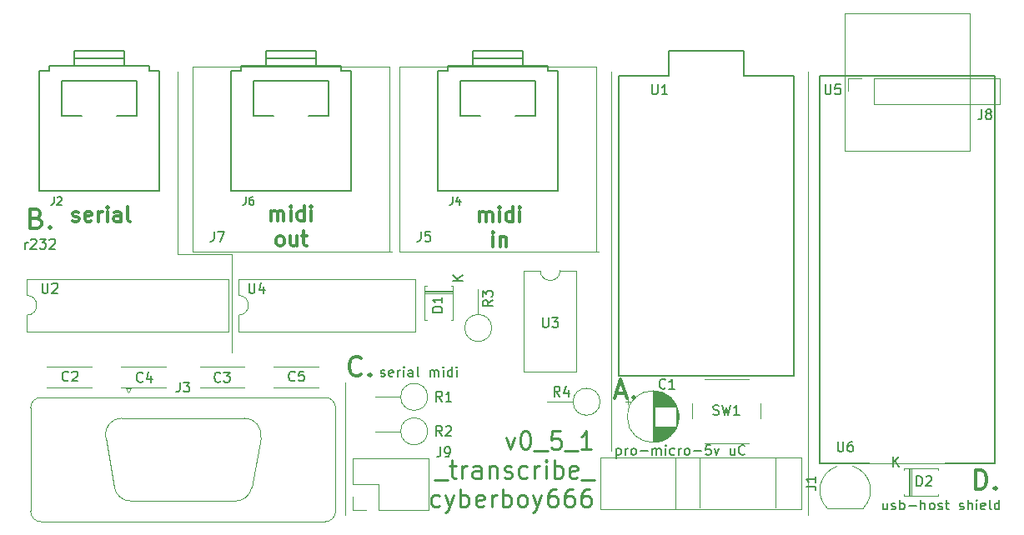
<source format=gto>
G04 #@! TF.GenerationSoftware,KiCad,Pcbnew,5.1.10*
G04 #@! TF.CreationDate,2022-02-22T14:04:46+13:00*
G04 #@! TF.ProjectId,transcribe_circuit,7472616e-7363-4726-9962-655f63697263,v0_5_1*
G04 #@! TF.SameCoordinates,Original*
G04 #@! TF.FileFunction,Legend,Top*
G04 #@! TF.FilePolarity,Positive*
%FSLAX46Y46*%
G04 Gerber Fmt 4.6, Leading zero omitted, Abs format (unit mm)*
G04 Created by KiCad (PCBNEW 5.1.10) date 2022-02-22 14:04:46*
%MOMM*%
%LPD*%
G01*
G04 APERTURE LIST*
%ADD10C,0.300000*%
%ADD11C,0.350000*%
%ADD12C,0.120000*%
%ADD13C,0.250000*%
%ADD14C,0.150000*%
G04 APERTURE END LIST*
D10*
X-243335714Y774796428D02*
X-243335714Y775796428D01*
X-243335714Y775653571D02*
X-243264285Y775725000D01*
X-243121428Y775796428D01*
X-242907142Y775796428D01*
X-242764285Y775725000D01*
X-242692857Y775582142D01*
X-242692857Y774796428D01*
X-242692857Y775582142D02*
X-242621428Y775725000D01*
X-242478571Y775796428D01*
X-242264285Y775796428D01*
X-242121428Y775725000D01*
X-242050000Y775582142D01*
X-242050000Y774796428D01*
X-241335714Y774796428D02*
X-241335714Y775796428D01*
X-241335714Y776296428D02*
X-241407142Y776225000D01*
X-241335714Y776153571D01*
X-241264285Y776225000D01*
X-241335714Y776296428D01*
X-241335714Y776153571D01*
X-239978571Y774796428D02*
X-239978571Y776296428D01*
X-239978571Y774867857D02*
X-240121428Y774796428D01*
X-240407142Y774796428D01*
X-240550000Y774867857D01*
X-240621428Y774939285D01*
X-240692857Y775082142D01*
X-240692857Y775510714D01*
X-240621428Y775653571D01*
X-240550000Y775725000D01*
X-240407142Y775796428D01*
X-240121428Y775796428D01*
X-239978571Y775725000D01*
X-239264285Y774796428D02*
X-239264285Y775796428D01*
X-239264285Y776296428D02*
X-239335714Y776225000D01*
X-239264285Y776153571D01*
X-239192857Y776225000D01*
X-239264285Y776296428D01*
X-239264285Y776153571D01*
X-241978571Y772246428D02*
X-241978571Y773246428D01*
X-241978571Y773746428D02*
X-242050000Y773675000D01*
X-241978571Y773603571D01*
X-241907142Y773675000D01*
X-241978571Y773746428D01*
X-241978571Y773603571D01*
X-241264285Y773246428D02*
X-241264285Y772246428D01*
X-241264285Y773103571D02*
X-241192857Y773175000D01*
X-241050000Y773246428D01*
X-240835714Y773246428D01*
X-240692857Y773175000D01*
X-240621428Y773032142D01*
X-240621428Y772246428D01*
X-264535714Y774896428D02*
X-264535714Y775896428D01*
X-264535714Y775753571D02*
X-264464285Y775825000D01*
X-264321428Y775896428D01*
X-264107142Y775896428D01*
X-263964285Y775825000D01*
X-263892857Y775682142D01*
X-263892857Y774896428D01*
X-263892857Y775682142D02*
X-263821428Y775825000D01*
X-263678571Y775896428D01*
X-263464285Y775896428D01*
X-263321428Y775825000D01*
X-263250000Y775682142D01*
X-263250000Y774896428D01*
X-262535714Y774896428D02*
X-262535714Y775896428D01*
X-262535714Y776396428D02*
X-262607142Y776325000D01*
X-262535714Y776253571D01*
X-262464285Y776325000D01*
X-262535714Y776396428D01*
X-262535714Y776253571D01*
X-261178571Y774896428D02*
X-261178571Y776396428D01*
X-261178571Y774967857D02*
X-261321428Y774896428D01*
X-261607142Y774896428D01*
X-261750000Y774967857D01*
X-261821428Y775039285D01*
X-261892857Y775182142D01*
X-261892857Y775610714D01*
X-261821428Y775753571D01*
X-261750000Y775825000D01*
X-261607142Y775896428D01*
X-261321428Y775896428D01*
X-261178571Y775825000D01*
X-260464285Y774896428D02*
X-260464285Y775896428D01*
X-260464285Y776396428D02*
X-260535714Y776325000D01*
X-260464285Y776253571D01*
X-260392857Y776325000D01*
X-260464285Y776396428D01*
X-260464285Y776253571D01*
X-263714285Y772346428D02*
X-263857142Y772417857D01*
X-263928571Y772489285D01*
X-264000000Y772632142D01*
X-264000000Y773060714D01*
X-263928571Y773203571D01*
X-263857142Y773275000D01*
X-263714285Y773346428D01*
X-263500000Y773346428D01*
X-263357142Y773275000D01*
X-263285714Y773203571D01*
X-263214285Y773060714D01*
X-263214285Y772632142D01*
X-263285714Y772489285D01*
X-263357142Y772417857D01*
X-263500000Y772346428D01*
X-263714285Y772346428D01*
X-261928571Y773346428D02*
X-261928571Y772346428D01*
X-262571428Y773346428D02*
X-262571428Y772560714D01*
X-262500000Y772417857D01*
X-262357142Y772346428D01*
X-262142857Y772346428D01*
X-262000000Y772417857D01*
X-261928571Y772489285D01*
X-261428571Y773346428D02*
X-260857142Y773346428D01*
X-261214285Y773846428D02*
X-261214285Y772560714D01*
X-261142857Y772417857D01*
X-261000000Y772346428D01*
X-260857142Y772346428D01*
X-284657142Y774892857D02*
X-284514285Y774821428D01*
X-284228571Y774821428D01*
X-284085714Y774892857D01*
X-284014285Y775035714D01*
X-284014285Y775107142D01*
X-284085714Y775250000D01*
X-284228571Y775321428D01*
X-284442857Y775321428D01*
X-284585714Y775392857D01*
X-284657142Y775535714D01*
X-284657142Y775607142D01*
X-284585714Y775750000D01*
X-284442857Y775821428D01*
X-284228571Y775821428D01*
X-284085714Y775750000D01*
X-282800000Y774892857D02*
X-282942857Y774821428D01*
X-283228571Y774821428D01*
X-283371428Y774892857D01*
X-283442857Y775035714D01*
X-283442857Y775607142D01*
X-283371428Y775750000D01*
X-283228571Y775821428D01*
X-282942857Y775821428D01*
X-282800000Y775750000D01*
X-282728571Y775607142D01*
X-282728571Y775464285D01*
X-283442857Y775321428D01*
X-282085714Y774821428D02*
X-282085714Y775821428D01*
X-282085714Y775535714D02*
X-282014285Y775678571D01*
X-281942857Y775750000D01*
X-281800000Y775821428D01*
X-281657142Y775821428D01*
X-281157142Y774821428D02*
X-281157142Y775821428D01*
X-281157142Y776321428D02*
X-281228571Y776250000D01*
X-281157142Y776178571D01*
X-281085714Y776250000D01*
X-281157142Y776321428D01*
X-281157142Y776178571D01*
X-279800000Y774821428D02*
X-279800000Y775607142D01*
X-279871428Y775750000D01*
X-280014285Y775821428D01*
X-280300000Y775821428D01*
X-280442857Y775750000D01*
X-279800000Y774892857D02*
X-279942857Y774821428D01*
X-280300000Y774821428D01*
X-280442857Y774892857D01*
X-280514285Y775035714D01*
X-280514285Y775178571D01*
X-280442857Y775321428D01*
X-280300000Y775392857D01*
X-279942857Y775392857D01*
X-279800000Y775464285D01*
X-278871428Y774821428D02*
X-279014285Y774892857D01*
X-279085714Y775035714D01*
X-279085714Y776321428D01*
D11*
X-193000000Y747595238D02*
X-193000000Y749595238D01*
X-192523809Y749595238D01*
X-192238095Y749500000D01*
X-192047619Y749309523D01*
X-191952380Y749119047D01*
X-191857142Y748738095D01*
X-191857142Y748452380D01*
X-191952380Y748071428D01*
X-192047619Y747880952D01*
X-192238095Y747690476D01*
X-192523809Y747595238D01*
X-193000000Y747595238D01*
X-191000000Y747785714D02*
X-190904761Y747690476D01*
X-191000000Y747595238D01*
X-191095238Y747690476D01*
X-191000000Y747785714D01*
X-191000000Y747595238D01*
D12*
X-268500000Y761500000D02*
X-268500000Y771500000D01*
X-274000000Y771500000D02*
X-274000000Y790000000D01*
X-268500000Y771500000D02*
X-274000000Y771500000D01*
X-257000000Y745000000D02*
X-257000000Y758500000D01*
D13*
X-240662500Y752910714D02*
X-240233928Y751710714D01*
X-239805357Y752910714D01*
X-238776785Y753510714D02*
X-238605357Y753510714D01*
X-238433928Y753425000D01*
X-238348214Y753339285D01*
X-238262500Y753167857D01*
X-238176785Y752825000D01*
X-238176785Y752396428D01*
X-238262500Y752053571D01*
X-238348214Y751882142D01*
X-238433928Y751796428D01*
X-238605357Y751710714D01*
X-238776785Y751710714D01*
X-238948214Y751796428D01*
X-239033928Y751882142D01*
X-239119642Y752053571D01*
X-239205357Y752396428D01*
X-239205357Y752825000D01*
X-239119642Y753167857D01*
X-239033928Y753339285D01*
X-238948214Y753425000D01*
X-238776785Y753510714D01*
X-237833928Y751539285D02*
X-236462500Y751539285D01*
X-235176785Y753510714D02*
X-236033928Y753510714D01*
X-236119642Y752653571D01*
X-236033928Y752739285D01*
X-235862500Y752825000D01*
X-235433928Y752825000D01*
X-235262500Y752739285D01*
X-235176785Y752653571D01*
X-235091071Y752482142D01*
X-235091071Y752053571D01*
X-235176785Y751882142D01*
X-235262500Y751796428D01*
X-235433928Y751710714D01*
X-235862500Y751710714D01*
X-236033928Y751796428D01*
X-236119642Y751882142D01*
X-234748214Y751539285D02*
X-233376785Y751539285D01*
X-232005357Y751710714D02*
X-233033928Y751710714D01*
X-232519642Y751710714D02*
X-232519642Y753510714D01*
X-232691071Y753253571D01*
X-232862500Y753082142D01*
X-233033928Y752996428D01*
X-247948214Y748589285D02*
X-246576785Y748589285D01*
X-246405357Y749960714D02*
X-245719642Y749960714D01*
X-246148214Y750560714D02*
X-246148214Y749017857D01*
X-246062500Y748846428D01*
X-245891071Y748760714D01*
X-245719642Y748760714D01*
X-245119642Y748760714D02*
X-245119642Y749960714D01*
X-245119642Y749617857D02*
X-245033928Y749789285D01*
X-244948214Y749875000D01*
X-244776785Y749960714D01*
X-244605357Y749960714D01*
X-243233928Y748760714D02*
X-243233928Y749703571D01*
X-243319642Y749875000D01*
X-243491071Y749960714D01*
X-243833928Y749960714D01*
X-244005357Y749875000D01*
X-243233928Y748846428D02*
X-243405357Y748760714D01*
X-243833928Y748760714D01*
X-244005357Y748846428D01*
X-244091071Y749017857D01*
X-244091071Y749189285D01*
X-244005357Y749360714D01*
X-243833928Y749446428D01*
X-243405357Y749446428D01*
X-243233928Y749532142D01*
X-242376785Y749960714D02*
X-242376785Y748760714D01*
X-242376785Y749789285D02*
X-242291071Y749875000D01*
X-242119642Y749960714D01*
X-241862500Y749960714D01*
X-241691071Y749875000D01*
X-241605357Y749703571D01*
X-241605357Y748760714D01*
X-240833928Y748846428D02*
X-240662500Y748760714D01*
X-240319642Y748760714D01*
X-240148214Y748846428D01*
X-240062500Y749017857D01*
X-240062500Y749103571D01*
X-240148214Y749275000D01*
X-240319642Y749360714D01*
X-240576785Y749360714D01*
X-240748214Y749446428D01*
X-240833928Y749617857D01*
X-240833928Y749703571D01*
X-240748214Y749875000D01*
X-240576785Y749960714D01*
X-240319642Y749960714D01*
X-240148214Y749875000D01*
X-238519642Y748846428D02*
X-238691071Y748760714D01*
X-239033928Y748760714D01*
X-239205357Y748846428D01*
X-239291071Y748932142D01*
X-239376785Y749103571D01*
X-239376785Y749617857D01*
X-239291071Y749789285D01*
X-239205357Y749875000D01*
X-239033928Y749960714D01*
X-238691071Y749960714D01*
X-238519642Y749875000D01*
X-237748214Y748760714D02*
X-237748214Y749960714D01*
X-237748214Y749617857D02*
X-237662500Y749789285D01*
X-237576785Y749875000D01*
X-237405357Y749960714D01*
X-237233928Y749960714D01*
X-236633928Y748760714D02*
X-236633928Y749960714D01*
X-236633928Y750560714D02*
X-236719642Y750475000D01*
X-236633928Y750389285D01*
X-236548214Y750475000D01*
X-236633928Y750560714D01*
X-236633928Y750389285D01*
X-235776785Y748760714D02*
X-235776785Y750560714D01*
X-235776785Y749875000D02*
X-235605357Y749960714D01*
X-235262500Y749960714D01*
X-235091071Y749875000D01*
X-235005357Y749789285D01*
X-234919642Y749617857D01*
X-234919642Y749103571D01*
X-235005357Y748932142D01*
X-235091071Y748846428D01*
X-235262500Y748760714D01*
X-235605357Y748760714D01*
X-235776785Y748846428D01*
X-233462500Y748846428D02*
X-233633928Y748760714D01*
X-233976785Y748760714D01*
X-234148214Y748846428D01*
X-234233928Y749017857D01*
X-234233928Y749703571D01*
X-234148214Y749875000D01*
X-233976785Y749960714D01*
X-233633928Y749960714D01*
X-233462500Y749875000D01*
X-233376785Y749703571D01*
X-233376785Y749532142D01*
X-234233928Y749360714D01*
X-233033928Y748589285D02*
X-231662500Y748589285D01*
X-247433928Y745896428D02*
X-247605357Y745810714D01*
X-247948214Y745810714D01*
X-248119642Y745896428D01*
X-248205357Y745982142D01*
X-248291071Y746153571D01*
X-248291071Y746667857D01*
X-248205357Y746839285D01*
X-248119642Y746925000D01*
X-247948214Y747010714D01*
X-247605357Y747010714D01*
X-247433928Y746925000D01*
X-246833928Y747010714D02*
X-246405357Y745810714D01*
X-245976785Y747010714D02*
X-246405357Y745810714D01*
X-246576785Y745382142D01*
X-246662500Y745296428D01*
X-246833928Y745210714D01*
X-245291071Y745810714D02*
X-245291071Y747610714D01*
X-245291071Y746925000D02*
X-245119642Y747010714D01*
X-244776785Y747010714D01*
X-244605357Y746925000D01*
X-244519642Y746839285D01*
X-244433928Y746667857D01*
X-244433928Y746153571D01*
X-244519642Y745982142D01*
X-244605357Y745896428D01*
X-244776785Y745810714D01*
X-245119642Y745810714D01*
X-245291071Y745896428D01*
X-242976785Y745896428D02*
X-243148214Y745810714D01*
X-243491071Y745810714D01*
X-243662500Y745896428D01*
X-243748214Y746067857D01*
X-243748214Y746753571D01*
X-243662500Y746925000D01*
X-243491071Y747010714D01*
X-243148214Y747010714D01*
X-242976785Y746925000D01*
X-242891071Y746753571D01*
X-242891071Y746582142D01*
X-243748214Y746410714D01*
X-242119642Y745810714D02*
X-242119642Y747010714D01*
X-242119642Y746667857D02*
X-242033928Y746839285D01*
X-241948214Y746925000D01*
X-241776785Y747010714D01*
X-241605357Y747010714D01*
X-241005357Y745810714D02*
X-241005357Y747610714D01*
X-241005357Y746925000D02*
X-240833928Y747010714D01*
X-240491071Y747010714D01*
X-240319642Y746925000D01*
X-240233928Y746839285D01*
X-240148214Y746667857D01*
X-240148214Y746153571D01*
X-240233928Y745982142D01*
X-240319642Y745896428D01*
X-240491071Y745810714D01*
X-240833928Y745810714D01*
X-241005357Y745896428D01*
X-239119642Y745810714D02*
X-239291071Y745896428D01*
X-239376785Y745982142D01*
X-239462500Y746153571D01*
X-239462500Y746667857D01*
X-239376785Y746839285D01*
X-239291071Y746925000D01*
X-239119642Y747010714D01*
X-238862500Y747010714D01*
X-238691071Y746925000D01*
X-238605357Y746839285D01*
X-238519642Y746667857D01*
X-238519642Y746153571D01*
X-238605357Y745982142D01*
X-238691071Y745896428D01*
X-238862500Y745810714D01*
X-239119642Y745810714D01*
X-237919642Y747010714D02*
X-237491071Y745810714D01*
X-237062500Y747010714D02*
X-237491071Y745810714D01*
X-237662500Y745382142D01*
X-237748214Y745296428D01*
X-237919642Y745210714D01*
X-235605357Y747610714D02*
X-235948214Y747610714D01*
X-236119642Y747525000D01*
X-236205357Y747439285D01*
X-236376785Y747182142D01*
X-236462500Y746839285D01*
X-236462500Y746153571D01*
X-236376785Y745982142D01*
X-236291071Y745896428D01*
X-236119642Y745810714D01*
X-235776785Y745810714D01*
X-235605357Y745896428D01*
X-235519642Y745982142D01*
X-235433928Y746153571D01*
X-235433928Y746582142D01*
X-235519642Y746753571D01*
X-235605357Y746839285D01*
X-235776785Y746925000D01*
X-236119642Y746925000D01*
X-236291071Y746839285D01*
X-236376785Y746753571D01*
X-236462500Y746582142D01*
X-233891071Y747610714D02*
X-234233928Y747610714D01*
X-234405357Y747525000D01*
X-234491071Y747439285D01*
X-234662500Y747182142D01*
X-234748214Y746839285D01*
X-234748214Y746153571D01*
X-234662500Y745982142D01*
X-234576785Y745896428D01*
X-234405357Y745810714D01*
X-234062500Y745810714D01*
X-233891071Y745896428D01*
X-233805357Y745982142D01*
X-233719642Y746153571D01*
X-233719642Y746582142D01*
X-233805357Y746753571D01*
X-233891071Y746839285D01*
X-234062500Y746925000D01*
X-234405357Y746925000D01*
X-234576785Y746839285D01*
X-234662500Y746753571D01*
X-234748214Y746582142D01*
X-232176785Y747610714D02*
X-232519642Y747610714D01*
X-232691071Y747525000D01*
X-232776785Y747439285D01*
X-232948214Y747182142D01*
X-233033928Y746839285D01*
X-233033928Y746153571D01*
X-232948214Y745982142D01*
X-232862500Y745896428D01*
X-232691071Y745810714D01*
X-232348214Y745810714D01*
X-232176785Y745896428D01*
X-232091071Y745982142D01*
X-232005357Y746153571D01*
X-232005357Y746582142D01*
X-232091071Y746753571D01*
X-232176785Y746839285D01*
X-232348214Y746925000D01*
X-232691071Y746925000D01*
X-232862500Y746839285D01*
X-232948214Y746753571D01*
X-233033928Y746582142D01*
D14*
X-289500000Y772047619D02*
X-289500000Y772714285D01*
X-289500000Y772523809D02*
X-289452380Y772619047D01*
X-289404761Y772666666D01*
X-289309523Y772714285D01*
X-289214285Y772714285D01*
X-288928571Y772952380D02*
X-288880952Y773000000D01*
X-288785714Y773047619D01*
X-288547619Y773047619D01*
X-288452380Y773000000D01*
X-288404761Y772952380D01*
X-288357142Y772857142D01*
X-288357142Y772761904D01*
X-288404761Y772619047D01*
X-288976190Y772047619D01*
X-288357142Y772047619D01*
X-288023809Y773047619D02*
X-287404761Y773047619D01*
X-287738095Y772666666D01*
X-287595238Y772666666D01*
X-287500000Y772619047D01*
X-287452380Y772571428D01*
X-287404761Y772476190D01*
X-287404761Y772238095D01*
X-287452380Y772142857D01*
X-287500000Y772095238D01*
X-287595238Y772047619D01*
X-287880952Y772047619D01*
X-287976190Y772095238D01*
X-288023809Y772142857D01*
X-287023809Y772952380D02*
X-286976190Y773000000D01*
X-286880952Y773047619D01*
X-286642857Y773047619D01*
X-286547619Y773000000D01*
X-286500000Y772952380D01*
X-286452380Y772857142D01*
X-286452380Y772761904D01*
X-286500000Y772619047D01*
X-287071428Y772047619D01*
X-286452380Y772047619D01*
X-253380952Y759095238D02*
X-253285714Y759047619D01*
X-253095238Y759047619D01*
X-253000000Y759095238D01*
X-252952380Y759190476D01*
X-252952380Y759238095D01*
X-253000000Y759333333D01*
X-253095238Y759380952D01*
X-253238095Y759380952D01*
X-253333333Y759428571D01*
X-253380952Y759523809D01*
X-253380952Y759571428D01*
X-253333333Y759666666D01*
X-253238095Y759714285D01*
X-253095238Y759714285D01*
X-253000000Y759666666D01*
X-252142857Y759095238D02*
X-252238095Y759047619D01*
X-252428571Y759047619D01*
X-252523809Y759095238D01*
X-252571428Y759190476D01*
X-252571428Y759571428D01*
X-252523809Y759666666D01*
X-252428571Y759714285D01*
X-252238095Y759714285D01*
X-252142857Y759666666D01*
X-252095238Y759571428D01*
X-252095238Y759476190D01*
X-252571428Y759380952D01*
X-251666666Y759047619D02*
X-251666666Y759714285D01*
X-251666666Y759523809D02*
X-251619047Y759619047D01*
X-251571428Y759666666D01*
X-251476190Y759714285D01*
X-251380952Y759714285D01*
X-251047619Y759047619D02*
X-251047619Y759714285D01*
X-251047619Y760047619D02*
X-251095238Y760000000D01*
X-251047619Y759952380D01*
X-251000000Y760000000D01*
X-251047619Y760047619D01*
X-251047619Y759952380D01*
X-250142857Y759047619D02*
X-250142857Y759571428D01*
X-250190476Y759666666D01*
X-250285714Y759714285D01*
X-250476190Y759714285D01*
X-250571428Y759666666D01*
X-250142857Y759095238D02*
X-250238095Y759047619D01*
X-250476190Y759047619D01*
X-250571428Y759095238D01*
X-250619047Y759190476D01*
X-250619047Y759285714D01*
X-250571428Y759380952D01*
X-250476190Y759428571D01*
X-250238095Y759428571D01*
X-250142857Y759476190D01*
X-249523809Y759047619D02*
X-249619047Y759095238D01*
X-249666666Y759190476D01*
X-249666666Y760047619D01*
X-248380952Y759047619D02*
X-248380952Y759714285D01*
X-248380952Y759619047D02*
X-248333333Y759666666D01*
X-248238095Y759714285D01*
X-248095238Y759714285D01*
X-248000000Y759666666D01*
X-247952380Y759571428D01*
X-247952380Y759047619D01*
X-247952380Y759571428D02*
X-247904761Y759666666D01*
X-247809523Y759714285D01*
X-247666666Y759714285D01*
X-247571428Y759666666D01*
X-247523809Y759571428D01*
X-247523809Y759047619D01*
X-247047619Y759047619D02*
X-247047619Y759714285D01*
X-247047619Y760047619D02*
X-247095238Y760000000D01*
X-247047619Y759952380D01*
X-247000000Y760000000D01*
X-247047619Y760047619D01*
X-247047619Y759952380D01*
X-246142857Y759047619D02*
X-246142857Y760047619D01*
X-246142857Y759095238D02*
X-246238095Y759047619D01*
X-246428571Y759047619D01*
X-246523809Y759095238D01*
X-246571428Y759142857D01*
X-246619047Y759238095D01*
X-246619047Y759523809D01*
X-246571428Y759619047D01*
X-246523809Y759666666D01*
X-246428571Y759714285D01*
X-246238095Y759714285D01*
X-246142857Y759666666D01*
X-245666666Y759047619D02*
X-245666666Y759714285D01*
X-245666666Y760047619D02*
X-245714285Y760000000D01*
X-245666666Y759952380D01*
X-245619047Y760000000D01*
X-245666666Y760047619D01*
X-245666666Y759952380D01*
X-229475000Y751764285D02*
X-229475000Y750764285D01*
X-229475000Y751716666D02*
X-229379761Y751764285D01*
X-229189285Y751764285D01*
X-229094047Y751716666D01*
X-229046428Y751669047D01*
X-228998809Y751573809D01*
X-228998809Y751288095D01*
X-229046428Y751192857D01*
X-229094047Y751145238D01*
X-229189285Y751097619D01*
X-229379761Y751097619D01*
X-229475000Y751145238D01*
X-228570238Y751097619D02*
X-228570238Y751764285D01*
X-228570238Y751573809D02*
X-228522619Y751669047D01*
X-228475000Y751716666D01*
X-228379761Y751764285D01*
X-228284523Y751764285D01*
X-227808333Y751097619D02*
X-227903571Y751145238D01*
X-227951190Y751192857D01*
X-227998809Y751288095D01*
X-227998809Y751573809D01*
X-227951190Y751669047D01*
X-227903571Y751716666D01*
X-227808333Y751764285D01*
X-227665476Y751764285D01*
X-227570238Y751716666D01*
X-227522619Y751669047D01*
X-227475000Y751573809D01*
X-227475000Y751288095D01*
X-227522619Y751192857D01*
X-227570238Y751145238D01*
X-227665476Y751097619D01*
X-227808333Y751097619D01*
X-227046428Y751478571D02*
X-226284523Y751478571D01*
X-225808333Y751097619D02*
X-225808333Y751764285D01*
X-225808333Y751669047D02*
X-225760714Y751716666D01*
X-225665476Y751764285D01*
X-225522619Y751764285D01*
X-225427380Y751716666D01*
X-225379761Y751621428D01*
X-225379761Y751097619D01*
X-225379761Y751621428D02*
X-225332142Y751716666D01*
X-225236904Y751764285D01*
X-225094047Y751764285D01*
X-224998809Y751716666D01*
X-224951190Y751621428D01*
X-224951190Y751097619D01*
X-224475000Y751097619D02*
X-224475000Y751764285D01*
X-224475000Y752097619D02*
X-224522619Y752050000D01*
X-224475000Y752002380D01*
X-224427380Y752050000D01*
X-224475000Y752097619D01*
X-224475000Y752002380D01*
X-223570238Y751145238D02*
X-223665476Y751097619D01*
X-223855952Y751097619D01*
X-223951190Y751145238D01*
X-223998809Y751192857D01*
X-224046428Y751288095D01*
X-224046428Y751573809D01*
X-223998809Y751669047D01*
X-223951190Y751716666D01*
X-223855952Y751764285D01*
X-223665476Y751764285D01*
X-223570238Y751716666D01*
X-223141666Y751097619D02*
X-223141666Y751764285D01*
X-223141666Y751573809D02*
X-223094047Y751669047D01*
X-223046428Y751716666D01*
X-222951190Y751764285D01*
X-222855952Y751764285D01*
X-222379761Y751097619D02*
X-222475000Y751145238D01*
X-222522619Y751192857D01*
X-222570238Y751288095D01*
X-222570238Y751573809D01*
X-222522619Y751669047D01*
X-222475000Y751716666D01*
X-222379761Y751764285D01*
X-222236904Y751764285D01*
X-222141666Y751716666D01*
X-222094047Y751669047D01*
X-222046428Y751573809D01*
X-222046428Y751288095D01*
X-222094047Y751192857D01*
X-222141666Y751145238D01*
X-222236904Y751097619D01*
X-222379761Y751097619D01*
X-221617857Y751478571D02*
X-220855952Y751478571D01*
X-219903571Y752097619D02*
X-220379761Y752097619D01*
X-220427380Y751621428D01*
X-220379761Y751669047D01*
X-220284523Y751716666D01*
X-220046428Y751716666D01*
X-219951190Y751669047D01*
X-219903571Y751621428D01*
X-219855952Y751526190D01*
X-219855952Y751288095D01*
X-219903571Y751192857D01*
X-219951190Y751145238D01*
X-220046428Y751097619D01*
X-220284523Y751097619D01*
X-220379761Y751145238D01*
X-220427380Y751192857D01*
X-219522619Y751764285D02*
X-219284523Y751097619D01*
X-219046428Y751764285D01*
X-217475000Y751764285D02*
X-217475000Y751097619D01*
X-217903571Y751764285D02*
X-217903571Y751240476D01*
X-217855952Y751145238D01*
X-217760714Y751097619D01*
X-217617857Y751097619D01*
X-217522619Y751145238D01*
X-217475000Y751192857D01*
X-216427380Y751192857D02*
X-216475000Y751145238D01*
X-216617857Y751097619D01*
X-216713095Y751097619D01*
X-216855952Y751145238D01*
X-216951190Y751240476D01*
X-216998809Y751335714D01*
X-217046428Y751526190D01*
X-217046428Y751669047D01*
X-216998809Y751859523D01*
X-216951190Y751954761D01*
X-216855952Y752050000D01*
X-216713095Y752097619D01*
X-216617857Y752097619D01*
X-216475000Y752050000D01*
X-216427380Y752002380D01*
X-201976190Y746214285D02*
X-201976190Y745547619D01*
X-202404761Y746214285D02*
X-202404761Y745690476D01*
X-202357142Y745595238D01*
X-202261904Y745547619D01*
X-202119047Y745547619D01*
X-202023809Y745595238D01*
X-201976190Y745642857D01*
X-201547619Y745595238D02*
X-201452380Y745547619D01*
X-201261904Y745547619D01*
X-201166666Y745595238D01*
X-201119047Y745690476D01*
X-201119047Y745738095D01*
X-201166666Y745833333D01*
X-201261904Y745880952D01*
X-201404761Y745880952D01*
X-201500000Y745928571D01*
X-201547619Y746023809D01*
X-201547619Y746071428D01*
X-201500000Y746166666D01*
X-201404761Y746214285D01*
X-201261904Y746214285D01*
X-201166666Y746166666D01*
X-200690476Y745547619D02*
X-200690476Y746547619D01*
X-200690476Y746166666D02*
X-200595238Y746214285D01*
X-200404761Y746214285D01*
X-200309523Y746166666D01*
X-200261904Y746119047D01*
X-200214285Y746023809D01*
X-200214285Y745738095D01*
X-200261904Y745642857D01*
X-200309523Y745595238D01*
X-200404761Y745547619D01*
X-200595238Y745547619D01*
X-200690476Y745595238D01*
X-199785714Y745928571D02*
X-199023809Y745928571D01*
X-198547619Y745547619D02*
X-198547619Y746547619D01*
X-198119047Y745547619D02*
X-198119047Y746071428D01*
X-198166666Y746166666D01*
X-198261904Y746214285D01*
X-198404761Y746214285D01*
X-198500000Y746166666D01*
X-198547619Y746119047D01*
X-197500000Y745547619D02*
X-197595238Y745595238D01*
X-197642857Y745642857D01*
X-197690476Y745738095D01*
X-197690476Y746023809D01*
X-197642857Y746119047D01*
X-197595238Y746166666D01*
X-197500000Y746214285D01*
X-197357142Y746214285D01*
X-197261904Y746166666D01*
X-197214285Y746119047D01*
X-197166666Y746023809D01*
X-197166666Y745738095D01*
X-197214285Y745642857D01*
X-197261904Y745595238D01*
X-197357142Y745547619D01*
X-197500000Y745547619D01*
X-196785714Y745595238D02*
X-196690476Y745547619D01*
X-196500000Y745547619D01*
X-196404761Y745595238D01*
X-196357142Y745690476D01*
X-196357142Y745738095D01*
X-196404761Y745833333D01*
X-196500000Y745880952D01*
X-196642857Y745880952D01*
X-196738095Y745928571D01*
X-196785714Y746023809D01*
X-196785714Y746071428D01*
X-196738095Y746166666D01*
X-196642857Y746214285D01*
X-196500000Y746214285D01*
X-196404761Y746166666D01*
X-196071428Y746214285D02*
X-195690476Y746214285D01*
X-195928571Y746547619D02*
X-195928571Y745690476D01*
X-195880952Y745595238D01*
X-195785714Y745547619D01*
X-195690476Y745547619D01*
X-194642857Y745595238D02*
X-194547619Y745547619D01*
X-194357142Y745547619D01*
X-194261904Y745595238D01*
X-194214285Y745690476D01*
X-194214285Y745738095D01*
X-194261904Y745833333D01*
X-194357142Y745880952D01*
X-194500000Y745880952D01*
X-194595238Y745928571D01*
X-194642857Y746023809D01*
X-194642857Y746071428D01*
X-194595238Y746166666D01*
X-194500000Y746214285D01*
X-194357142Y746214285D01*
X-194261904Y746166666D01*
X-193785714Y745547619D02*
X-193785714Y746547619D01*
X-193357142Y745547619D02*
X-193357142Y746071428D01*
X-193404761Y746166666D01*
X-193500000Y746214285D01*
X-193642857Y746214285D01*
X-193738095Y746166666D01*
X-193785714Y746119047D01*
X-192880952Y745547619D02*
X-192880952Y746214285D01*
X-192880952Y746547619D02*
X-192928571Y746500000D01*
X-192880952Y746452380D01*
X-192833333Y746500000D01*
X-192880952Y746547619D01*
X-192880952Y746452380D01*
X-192023809Y745595238D02*
X-192119047Y745547619D01*
X-192309523Y745547619D01*
X-192404761Y745595238D01*
X-192452380Y745690476D01*
X-192452380Y746071428D01*
X-192404761Y746166666D01*
X-192309523Y746214285D01*
X-192119047Y746214285D01*
X-192023809Y746166666D01*
X-191976190Y746071428D01*
X-191976190Y745976190D01*
X-192452380Y745880952D01*
X-191404761Y745547619D02*
X-191500000Y745595238D01*
X-191547619Y745690476D01*
X-191547619Y746547619D01*
X-190595238Y745547619D02*
X-190595238Y746547619D01*
X-190595238Y745595238D02*
X-190690476Y745547619D01*
X-190880952Y745547619D01*
X-190976190Y745595238D01*
X-191023809Y745642857D01*
X-191071428Y745738095D01*
X-191071428Y746023809D01*
X-191023809Y746119047D01*
X-190976190Y746166666D01*
X-190880952Y746214285D01*
X-190690476Y746214285D01*
X-190595238Y746166666D01*
D11*
X-255357142Y759285714D02*
X-255452380Y759190476D01*
X-255738095Y759095238D01*
X-255928571Y759095238D01*
X-256214285Y759190476D01*
X-256404761Y759380952D01*
X-256500000Y759571428D01*
X-256595238Y759952380D01*
X-256595238Y760238095D01*
X-256500000Y760619047D01*
X-256404761Y760809523D01*
X-256214285Y761000000D01*
X-255928571Y761095238D01*
X-255738095Y761095238D01*
X-255452380Y761000000D01*
X-255357142Y760904761D01*
X-254500000Y759285714D02*
X-254404761Y759190476D01*
X-254500000Y759095238D01*
X-254595238Y759190476D01*
X-254500000Y759285714D01*
X-254500000Y759095238D01*
X-288333333Y775142857D02*
X-288047619Y775047619D01*
X-287952380Y774952380D01*
X-287857142Y774761904D01*
X-287857142Y774476190D01*
X-287952380Y774285714D01*
X-288047619Y774190476D01*
X-288238095Y774095238D01*
X-289000000Y774095238D01*
X-289000000Y776095238D01*
X-288333333Y776095238D01*
X-288142857Y776000000D01*
X-288047619Y775904761D01*
X-287952380Y775714285D01*
X-287952380Y775523809D01*
X-288047619Y775333333D01*
X-288142857Y775238095D01*
X-288333333Y775142857D01*
X-289000000Y775142857D01*
X-287000000Y774285714D02*
X-286904761Y774190476D01*
X-287000000Y774095238D01*
X-287095238Y774190476D01*
X-287000000Y774285714D01*
X-287000000Y774095238D01*
X-229502380Y757391666D02*
X-228550000Y757391666D01*
X-229692857Y756820238D02*
X-229026190Y758820238D01*
X-228359523Y756820238D01*
X-227692857Y757010714D02*
X-227597619Y756915476D01*
X-227692857Y756820238D01*
X-227788095Y756915476D01*
X-227692857Y757010714D01*
X-227692857Y756820238D01*
D12*
X-230000000Y790000000D02*
X-230000000Y751500000D01*
X-210000000Y745000000D02*
X-210000000Y754000000D01*
X-210000000Y790000000D02*
X-210000000Y745000000D01*
X-246260000Y768260000D02*
X-246080000Y768260000D01*
X-246080000Y768260000D02*
X-246080000Y764820000D01*
X-246080000Y764820000D02*
X-246260000Y764820000D01*
X-248740000Y768260000D02*
X-248920000Y768260000D01*
X-248920000Y768260000D02*
X-248920000Y764820000D01*
X-248920000Y764820000D02*
X-248740000Y764820000D01*
X-246080000Y767660000D02*
X-248920000Y767660000D01*
X-246080000Y767540000D02*
X-248920000Y767540000D01*
X-246080000Y767780000D02*
X-248920000Y767780000D01*
D14*
X-208790000Y789630000D02*
X-191010000Y789630000D01*
X-208790000Y750260000D02*
X-208790000Y789630000D01*
X-203710000Y750260000D02*
X-208790000Y750260000D01*
X-191010000Y750260000D02*
X-196090000Y750260000D01*
X-191010000Y750260000D02*
X-191010000Y789630000D01*
D12*
X-203710000Y750260000D02*
X-196090000Y750260000D01*
X-206250000Y782010000D02*
X-193550000Y782010000D01*
X-193550000Y782010000D02*
X-193550000Y795980000D01*
X-193550000Y795980000D02*
X-206250000Y795980000D01*
X-206250000Y795980000D02*
X-206250000Y782010000D01*
X-251370000Y753500000D02*
X-253980000Y753500000D01*
X-248630000Y753500000D02*
G75*
G03*
X-248630000Y753500000I-1370000J0D01*
G01*
X-289330000Y765310000D02*
X-289330000Y763660000D01*
X-289330000Y763660000D02*
X-268890000Y763660000D01*
X-268890000Y763660000D02*
X-268890000Y768960000D01*
X-268890000Y768960000D02*
X-289330000Y768960000D01*
X-289330000Y768960000D02*
X-289330000Y767310000D01*
X-289330000Y767310000D02*
G75*
G02*
X-289330000Y765310000I0J-1000000D01*
G01*
X-237190000Y769830000D02*
X-238840000Y769830000D01*
X-238840000Y769830000D02*
X-238840000Y759550000D01*
X-238840000Y759550000D02*
X-233540000Y759550000D01*
X-233540000Y759550000D02*
X-233540000Y769830000D01*
X-233540000Y769830000D02*
X-235190000Y769830000D01*
X-235190000Y769830000D02*
G75*
G02*
X-237190000Y769830000I-1000000J0D01*
G01*
X-242130000Y764000000D02*
G75*
G03*
X-242130000Y764000000I-1370000J0D01*
G01*
X-243500000Y765370000D02*
X-243500000Y767980000D01*
X-233870000Y756500000D02*
X-236480000Y756500000D01*
X-231130000Y756500000D02*
G75*
G03*
X-231130000Y756500000I-1370000J0D01*
G01*
X-248630000Y757000000D02*
G75*
G03*
X-248630000Y757000000I-1370000J0D01*
G01*
X-251370000Y757000000D02*
X-253980000Y757000000D01*
X-267830000Y765310000D02*
X-267830000Y763660000D01*
X-267830000Y763660000D02*
X-249930000Y763660000D01*
X-249930000Y763660000D02*
X-249930000Y768960000D01*
X-249930000Y768960000D02*
X-267830000Y768960000D01*
X-267830000Y768960000D02*
X-267830000Y767310000D01*
X-267830000Y767310000D02*
G75*
G02*
X-267830000Y765310000I0J-1000000D01*
G01*
D14*
X-211410000Y759160000D02*
X-229190000Y759160000D01*
X-211410000Y789640000D02*
X-211410000Y759160000D01*
X-216490000Y789640000D02*
X-211410000Y789640000D01*
X-216490000Y792180000D02*
X-216490000Y789640000D01*
X-224110000Y792180000D02*
X-216490000Y792180000D01*
X-224110000Y789640000D02*
X-224110000Y792180000D01*
X-229190000Y789640000D02*
X-224110000Y789640000D01*
X-229190000Y789640000D02*
X-229190000Y759160000D01*
D12*
X-223130000Y755000000D02*
G75*
G03*
X-223130000Y755000000I-2620000J0D01*
G01*
X-225750000Y757580000D02*
X-225750000Y752420000D01*
X-225710000Y757580000D02*
X-225710000Y752420000D01*
X-225670000Y757579000D02*
X-225670000Y752421000D01*
X-225630000Y757578000D02*
X-225630000Y752422000D01*
X-225590000Y757576000D02*
X-225590000Y752424000D01*
X-225550000Y757573000D02*
X-225550000Y752427000D01*
X-225510000Y757569000D02*
X-225510000Y756040000D01*
X-225510000Y753960000D02*
X-225510000Y752431000D01*
X-225470000Y757565000D02*
X-225470000Y756040000D01*
X-225470000Y753960000D02*
X-225470000Y752435000D01*
X-225430000Y757561000D02*
X-225430000Y756040000D01*
X-225430000Y753960000D02*
X-225430000Y752439000D01*
X-225390000Y757556000D02*
X-225390000Y756040000D01*
X-225390000Y753960000D02*
X-225390000Y752444000D01*
X-225350000Y757550000D02*
X-225350000Y756040000D01*
X-225350000Y753960000D02*
X-225350000Y752450000D01*
X-225310000Y757543000D02*
X-225310000Y756040000D01*
X-225310000Y753960000D02*
X-225310000Y752457000D01*
X-225270000Y757536000D02*
X-225270000Y756040000D01*
X-225270000Y753960000D02*
X-225270000Y752464000D01*
X-225230000Y757528000D02*
X-225230000Y756040000D01*
X-225230000Y753960000D02*
X-225230000Y752472000D01*
X-225190000Y757520000D02*
X-225190000Y756040000D01*
X-225190000Y753960000D02*
X-225190000Y752480000D01*
X-225150000Y757511000D02*
X-225150000Y756040000D01*
X-225150000Y753960000D02*
X-225150000Y752489000D01*
X-225110000Y757501000D02*
X-225110000Y756040000D01*
X-225110000Y753960000D02*
X-225110000Y752499000D01*
X-225070000Y757491000D02*
X-225070000Y756040000D01*
X-225070000Y753960000D02*
X-225070000Y752509000D01*
X-225029000Y757480000D02*
X-225029000Y756040000D01*
X-225029000Y753960000D02*
X-225029000Y752520000D01*
X-224989000Y757468000D02*
X-224989000Y756040000D01*
X-224989000Y753960000D02*
X-224989000Y752532000D01*
X-224949000Y757455000D02*
X-224949000Y756040000D01*
X-224949000Y753960000D02*
X-224949000Y752545000D01*
X-224909000Y757442000D02*
X-224909000Y756040000D01*
X-224909000Y753960000D02*
X-224909000Y752558000D01*
X-224869000Y757428000D02*
X-224869000Y756040000D01*
X-224869000Y753960000D02*
X-224869000Y752572000D01*
X-224829000Y757414000D02*
X-224829000Y756040000D01*
X-224829000Y753960000D02*
X-224829000Y752586000D01*
X-224789000Y757398000D02*
X-224789000Y756040000D01*
X-224789000Y753960000D02*
X-224789000Y752602000D01*
X-224749000Y757382000D02*
X-224749000Y756040000D01*
X-224749000Y753960000D02*
X-224749000Y752618000D01*
X-224709000Y757365000D02*
X-224709000Y756040000D01*
X-224709000Y753960000D02*
X-224709000Y752635000D01*
X-224669000Y757348000D02*
X-224669000Y756040000D01*
X-224669000Y753960000D02*
X-224669000Y752652000D01*
X-224629000Y757329000D02*
X-224629000Y756040000D01*
X-224629000Y753960000D02*
X-224629000Y752671000D01*
X-224589000Y757310000D02*
X-224589000Y756040000D01*
X-224589000Y753960000D02*
X-224589000Y752690000D01*
X-224549000Y757290000D02*
X-224549000Y756040000D01*
X-224549000Y753960000D02*
X-224549000Y752710000D01*
X-224509000Y757268000D02*
X-224509000Y756040000D01*
X-224509000Y753960000D02*
X-224509000Y752732000D01*
X-224469000Y757247000D02*
X-224469000Y756040000D01*
X-224469000Y753960000D02*
X-224469000Y752753000D01*
X-224429000Y757224000D02*
X-224429000Y756040000D01*
X-224429000Y753960000D02*
X-224429000Y752776000D01*
X-224389000Y757200000D02*
X-224389000Y756040000D01*
X-224389000Y753960000D02*
X-224389000Y752800000D01*
X-224349000Y757175000D02*
X-224349000Y756040000D01*
X-224349000Y753960000D02*
X-224349000Y752825000D01*
X-224309000Y757149000D02*
X-224309000Y756040000D01*
X-224309000Y753960000D02*
X-224309000Y752851000D01*
X-224269000Y757122000D02*
X-224269000Y756040000D01*
X-224269000Y753960000D02*
X-224269000Y752878000D01*
X-224229000Y757095000D02*
X-224229000Y756040000D01*
X-224229000Y753960000D02*
X-224229000Y752905000D01*
X-224189000Y757065000D02*
X-224189000Y756040000D01*
X-224189000Y753960000D02*
X-224189000Y752935000D01*
X-224149000Y757035000D02*
X-224149000Y756040000D01*
X-224149000Y753960000D02*
X-224149000Y752965000D01*
X-224109000Y757004000D02*
X-224109000Y756040000D01*
X-224109000Y753960000D02*
X-224109000Y752996000D01*
X-224069000Y756971000D02*
X-224069000Y756040000D01*
X-224069000Y753960000D02*
X-224069000Y753029000D01*
X-224029000Y756937000D02*
X-224029000Y756040000D01*
X-224029000Y753960000D02*
X-224029000Y753063000D01*
X-223989000Y756901000D02*
X-223989000Y756040000D01*
X-223989000Y753960000D02*
X-223989000Y753099000D01*
X-223949000Y756864000D02*
X-223949000Y756040000D01*
X-223949000Y753960000D02*
X-223949000Y753136000D01*
X-223909000Y756826000D02*
X-223909000Y756040000D01*
X-223909000Y753960000D02*
X-223909000Y753174000D01*
X-223869000Y756785000D02*
X-223869000Y756040000D01*
X-223869000Y753960000D02*
X-223869000Y753215000D01*
X-223829000Y756743000D02*
X-223829000Y756040000D01*
X-223829000Y753960000D02*
X-223829000Y753257000D01*
X-223789000Y756699000D02*
X-223789000Y756040000D01*
X-223789000Y753960000D02*
X-223789000Y753301000D01*
X-223749000Y756653000D02*
X-223749000Y756040000D01*
X-223749000Y753960000D02*
X-223749000Y753347000D01*
X-223709000Y756605000D02*
X-223709000Y756040000D01*
X-223709000Y753960000D02*
X-223709000Y753395000D01*
X-223669000Y756554000D02*
X-223669000Y756040000D01*
X-223669000Y753960000D02*
X-223669000Y753446000D01*
X-223629000Y756500000D02*
X-223629000Y756040000D01*
X-223629000Y753960000D02*
X-223629000Y753500000D01*
X-223589000Y756443000D02*
X-223589000Y756040000D01*
X-223589000Y753960000D02*
X-223589000Y753557000D01*
X-223549000Y756383000D02*
X-223549000Y756040000D01*
X-223549000Y753960000D02*
X-223549000Y753617000D01*
X-223509000Y756319000D02*
X-223509000Y756040000D01*
X-223509000Y753960000D02*
X-223509000Y753681000D01*
X-223469000Y756251000D02*
X-223469000Y756040000D01*
X-223469000Y753960000D02*
X-223469000Y753749000D01*
X-223429000Y756178000D02*
X-223429000Y753822000D01*
X-223389000Y756098000D02*
X-223389000Y753902000D01*
X-223349000Y756011000D02*
X-223349000Y753989000D01*
X-223309000Y755915000D02*
X-223309000Y754085000D01*
X-223269000Y755805000D02*
X-223269000Y754195000D01*
X-223229000Y755677000D02*
X-223229000Y754323000D01*
X-223189000Y755518000D02*
X-223189000Y754482000D01*
X-223149000Y755284000D02*
X-223149000Y754716000D01*
X-228554775Y756475000D02*
X-228054775Y756475000D01*
X-228304775Y756725000D02*
X-228304775Y756225000D01*
X-287270000Y760070000D02*
X-282730000Y760070000D01*
X-287270000Y757930000D02*
X-282730000Y757930000D01*
X-287270000Y760070000D02*
X-287270000Y760055000D01*
X-287270000Y757945000D02*
X-287270000Y757930000D01*
X-282730000Y760070000D02*
X-282730000Y760055000D01*
X-282730000Y757945000D02*
X-282730000Y757930000D01*
X-267230000Y757930000D02*
X-271770000Y757930000D01*
X-267230000Y760070000D02*
X-271770000Y760070000D01*
X-267230000Y757930000D02*
X-267230000Y757945000D01*
X-267230000Y760055000D02*
X-267230000Y760070000D01*
X-271770000Y757930000D02*
X-271770000Y757945000D01*
X-271770000Y760055000D02*
X-271770000Y760070000D01*
X-275230000Y757945000D02*
X-275230000Y757930000D01*
X-275230000Y760070000D02*
X-275230000Y760055000D01*
X-279770000Y757945000D02*
X-279770000Y757930000D01*
X-279770000Y760070000D02*
X-279770000Y760055000D01*
X-279770000Y757930000D02*
X-275230000Y757930000D01*
X-279770000Y760070000D02*
X-275230000Y760070000D01*
X-264270000Y760055000D02*
X-264270000Y760070000D01*
X-264270000Y757930000D02*
X-264270000Y757945000D01*
X-259730000Y760055000D02*
X-259730000Y760070000D01*
X-259730000Y757930000D02*
X-259730000Y757945000D01*
X-259730000Y760070000D02*
X-264270000Y760070000D01*
X-259730000Y757930000D02*
X-264270000Y757930000D01*
X-199775000Y749770000D02*
X-199775000Y746930000D01*
X-199535000Y749770000D02*
X-199535000Y746930000D01*
X-199655000Y749770000D02*
X-199655000Y746930000D01*
X-196815000Y746930000D02*
X-196815000Y747110000D01*
X-200255000Y746930000D02*
X-196815000Y746930000D01*
X-200255000Y747110000D02*
X-200255000Y746930000D01*
X-196815000Y749770000D02*
X-196815000Y749590000D01*
X-200255000Y749770000D02*
X-196815000Y749770000D01*
X-200255000Y749590000D02*
X-200255000Y749770000D01*
X-231110000Y750830000D02*
X-231110000Y745630000D01*
X-213270000Y750830000D02*
X-231110000Y750830000D01*
X-210670000Y745630000D02*
X-231110000Y745630000D01*
X-213270000Y750830000D02*
X-213270000Y745750000D01*
X-210670000Y748230000D02*
X-210670000Y745630000D01*
X-213250000Y750830000D02*
X-210670000Y750830000D01*
X-210670000Y750830000D02*
X-210670000Y748250000D01*
X-221000000Y750830000D02*
X-221000000Y745750000D01*
X-223500000Y750750000D02*
X-223500000Y745670000D01*
X-203330000Y786720000D02*
X-203330000Y789380000D01*
X-203330000Y786720000D02*
X-190570000Y786720000D01*
X-190570000Y786720000D02*
X-190570000Y789380000D01*
X-203330000Y789380000D02*
X-190570000Y789380000D01*
X-205930000Y789380000D02*
X-204600000Y789380000D01*
X-205930000Y788050000D02*
X-205930000Y789380000D01*
X-208030000Y745650000D02*
X-204430000Y745650000D01*
X-208041875Y745658259D02*
G75*
G02*
X-207050000Y749950000I1811875J1841741D01*
G01*
X-204421555Y745672316D02*
G75*
G03*
X-205450000Y749950000I-1808445J1827684D01*
G01*
D14*
X-283778000Y785524000D02*
X-285810000Y785524000D01*
X-285810000Y785524000D02*
X-285810000Y789080000D01*
X-285810000Y789080000D02*
X-278190000Y789080000D01*
X-278190000Y789080000D02*
X-278190000Y785524000D01*
X-278190000Y785524000D02*
X-280222000Y785524000D01*
X-287080000Y790096000D02*
X-288096000Y790096000D01*
X-275904000Y790096000D02*
X-276920000Y790096000D01*
X-284540000Y792128000D02*
X-284540000Y790604000D01*
X-279460000Y790604000D02*
X-279460000Y792128000D01*
X-284540000Y791366000D02*
X-279460000Y791366000D01*
X-287080000Y790096000D02*
X-287080000Y790350000D01*
X-287080000Y790350000D02*
X-287080000Y790604000D01*
X-287080000Y790604000D02*
X-276920000Y790604000D01*
X-276920000Y790604000D02*
X-276920000Y790096000D01*
X-284540000Y792128000D02*
X-279460000Y792128000D01*
X-288096000Y777904000D02*
X-288096000Y790096000D01*
X-275904000Y790096000D02*
X-275904000Y777904000D01*
X-275904000Y777904000D02*
X-288096000Y777904000D01*
D12*
X-287885000Y756940000D02*
X-259035000Y756940000D01*
X-257975000Y755880000D02*
X-257975000Y745380000D01*
X-259035000Y744320000D02*
X-287885000Y744320000D01*
X-288945000Y745380000D02*
X-288945000Y755880000D01*
X-279250000Y757834338D02*
X-278750000Y757834338D01*
X-278750000Y757834338D02*
X-279000000Y757401325D01*
X-279000000Y757401325D02*
X-279250000Y757834338D01*
X-279691689Y754840000D02*
X-267228311Y754840000D01*
X-278792421Y746420000D02*
X-268127579Y746420000D01*
X-265593530Y752891744D02*
X-266492798Y747791744D01*
X-281326470Y752891744D02*
X-280427202Y747791744D01*
X-287885000Y756940000D02*
G75*
G03*
X-288945000Y755880000I0J-1060000D01*
G01*
X-257975000Y755880000D02*
G75*
G03*
X-259035000Y756940000I-1060000J0D01*
G01*
X-287885000Y744320000D02*
G75*
G02*
X-288945000Y745380000I0J1060000D01*
G01*
X-259035000Y744320000D02*
G75*
G03*
X-257975000Y745380000I0J1060000D01*
G01*
X-281326470Y752891744D02*
G75*
G02*
X-279691689Y754840000I1634781J288256D01*
G01*
X-265593530Y752891744D02*
G75*
G03*
X-267228311Y754840000I-1634781J288256D01*
G01*
X-280427202Y747791744D02*
G75*
G03*
X-278792421Y746420000I1634781J288256D01*
G01*
X-266492798Y747791744D02*
G75*
G02*
X-268127579Y746420000I-1634781J288256D01*
G01*
D14*
X-235404000Y777904000D02*
X-247596000Y777904000D01*
X-235404000Y790096000D02*
X-235404000Y777904000D01*
X-247596000Y777904000D02*
X-247596000Y790096000D01*
X-244040000Y792128000D02*
X-238960000Y792128000D01*
X-236420000Y790604000D02*
X-236420000Y790096000D01*
X-246580000Y790604000D02*
X-236420000Y790604000D01*
X-246580000Y790350000D02*
X-246580000Y790604000D01*
X-246580000Y790096000D02*
X-246580000Y790350000D01*
X-244040000Y791366000D02*
X-238960000Y791366000D01*
X-238960000Y790604000D02*
X-238960000Y792128000D01*
X-244040000Y792128000D02*
X-244040000Y790604000D01*
X-235404000Y790096000D02*
X-236420000Y790096000D01*
X-246580000Y790096000D02*
X-247596000Y790096000D01*
X-237690000Y785524000D02*
X-239722000Y785524000D01*
X-237690000Y789080000D02*
X-237690000Y785524000D01*
X-245310000Y789080000D02*
X-237690000Y789080000D01*
X-245310000Y785524000D02*
X-245310000Y789080000D01*
X-243278000Y785524000D02*
X-245310000Y785524000D01*
D12*
X-231250000Y771750000D02*
X-251500000Y771750000D01*
X-251500000Y771750000D02*
X-251500000Y790540000D01*
X-231500000Y790540000D02*
X-251500000Y790540000D01*
X-231500000Y771750000D02*
X-231500000Y790540000D01*
D14*
X-256404000Y777904000D02*
X-268596000Y777904000D01*
X-256404000Y790096000D02*
X-256404000Y777904000D01*
X-268596000Y777904000D02*
X-268596000Y790096000D01*
X-265040000Y792128000D02*
X-259960000Y792128000D01*
X-257420000Y790604000D02*
X-257420000Y790096000D01*
X-267580000Y790604000D02*
X-257420000Y790604000D01*
X-267580000Y790350000D02*
X-267580000Y790604000D01*
X-267580000Y790096000D02*
X-267580000Y790350000D01*
X-265040000Y791366000D02*
X-259960000Y791366000D01*
X-259960000Y790604000D02*
X-259960000Y792128000D01*
X-265040000Y792128000D02*
X-265040000Y790604000D01*
X-256404000Y790096000D02*
X-257420000Y790096000D01*
X-267580000Y790096000D02*
X-268596000Y790096000D01*
X-258690000Y785524000D02*
X-260722000Y785524000D01*
X-258690000Y789080000D02*
X-258690000Y785524000D01*
X-266310000Y789080000D02*
X-258690000Y789080000D01*
X-266310000Y785524000D02*
X-266310000Y789080000D01*
X-264278000Y785524000D02*
X-266310000Y785524000D01*
D12*
X-252500000Y771750000D02*
X-252500000Y790540000D01*
X-252500000Y790540000D02*
X-272500000Y790540000D01*
X-272500000Y771750000D02*
X-272500000Y790540000D01*
X-252250000Y771750000D02*
X-272500000Y771750000D01*
X-248515000Y745520000D02*
X-248515000Y750720000D01*
X-253655000Y745520000D02*
X-248515000Y745520000D01*
X-256255000Y750720000D02*
X-248515000Y750720000D01*
X-253655000Y745520000D02*
X-253655000Y748120000D01*
X-253655000Y748120000D02*
X-256255000Y748120000D01*
X-256255000Y748120000D02*
X-256255000Y750720000D01*
X-254925000Y745520000D02*
X-256255000Y745520000D01*
X-256255000Y745520000D02*
X-256255000Y746850000D01*
X-216050000Y758800000D02*
X-220550000Y758800000D01*
X-214800000Y754800000D02*
X-214800000Y756300000D01*
X-220550000Y752300000D02*
X-216050000Y752300000D01*
X-221800000Y756300000D02*
X-221800000Y754800000D01*
D14*
X-247147619Y765611904D02*
X-248147619Y765611904D01*
X-248147619Y765850000D01*
X-248100000Y765992857D01*
X-248004761Y766088095D01*
X-247909523Y766135714D01*
X-247719047Y766183333D01*
X-247576190Y766183333D01*
X-247385714Y766135714D01*
X-247290476Y766088095D01*
X-247195238Y765992857D01*
X-247147619Y765850000D01*
X-247147619Y765611904D01*
X-247147619Y767135714D02*
X-247147619Y766564285D01*
X-247147619Y766850000D02*
X-248147619Y766850000D01*
X-248004761Y766754761D01*
X-247909523Y766659523D01*
X-247861904Y766564285D01*
X-245047619Y768818095D02*
X-246047619Y768818095D01*
X-245047619Y769389523D02*
X-245619047Y768960952D01*
X-246047619Y769389523D02*
X-245476190Y768818095D01*
X-208261904Y788747619D02*
X-208261904Y787938095D01*
X-208214285Y787842857D01*
X-208166666Y787795238D01*
X-208071428Y787747619D01*
X-207880952Y787747619D01*
X-207785714Y787795238D01*
X-207738095Y787842857D01*
X-207690476Y787938095D01*
X-207690476Y788747619D01*
X-206738095Y788747619D02*
X-207214285Y788747619D01*
X-207261904Y788271428D01*
X-207214285Y788319047D01*
X-207119047Y788366666D01*
X-206880952Y788366666D01*
X-206785714Y788319047D01*
X-206738095Y788271428D01*
X-206690476Y788176190D01*
X-206690476Y787938095D01*
X-206738095Y787842857D01*
X-206785714Y787795238D01*
X-206880952Y787747619D01*
X-207119047Y787747619D01*
X-207214285Y787795238D01*
X-207261904Y787842857D01*
X-247166666Y753047619D02*
X-247500000Y753523809D01*
X-247738095Y753047619D02*
X-247738095Y754047619D01*
X-247357142Y754047619D01*
X-247261904Y754000000D01*
X-247214285Y753952380D01*
X-247166666Y753857142D01*
X-247166666Y753714285D01*
X-247214285Y753619047D01*
X-247261904Y753571428D01*
X-247357142Y753523809D01*
X-247738095Y753523809D01*
X-246785714Y753952380D02*
X-246738095Y754000000D01*
X-246642857Y754047619D01*
X-246404761Y754047619D01*
X-246309523Y754000000D01*
X-246261904Y753952380D01*
X-246214285Y753857142D01*
X-246214285Y753761904D01*
X-246261904Y753619047D01*
X-246833333Y753047619D01*
X-246214285Y753047619D01*
X-287761904Y768547619D02*
X-287761904Y767738095D01*
X-287714285Y767642857D01*
X-287666666Y767595238D01*
X-287571428Y767547619D01*
X-287380952Y767547619D01*
X-287285714Y767595238D01*
X-287238095Y767642857D01*
X-287190476Y767738095D01*
X-287190476Y768547619D01*
X-286761904Y768452380D02*
X-286714285Y768500000D01*
X-286619047Y768547619D01*
X-286380952Y768547619D01*
X-286285714Y768500000D01*
X-286238095Y768452380D01*
X-286190476Y768357142D01*
X-286190476Y768261904D01*
X-286238095Y768119047D01*
X-286809523Y767547619D01*
X-286190476Y767547619D01*
X-236951904Y765047619D02*
X-236951904Y764238095D01*
X-236904285Y764142857D01*
X-236856666Y764095238D01*
X-236761428Y764047619D01*
X-236570952Y764047619D01*
X-236475714Y764095238D01*
X-236428095Y764142857D01*
X-236380476Y764238095D01*
X-236380476Y765047619D01*
X-235999523Y765047619D02*
X-235380476Y765047619D01*
X-235713809Y764666666D01*
X-235570952Y764666666D01*
X-235475714Y764619047D01*
X-235428095Y764571428D01*
X-235380476Y764476190D01*
X-235380476Y764238095D01*
X-235428095Y764142857D01*
X-235475714Y764095238D01*
X-235570952Y764047619D01*
X-235856666Y764047619D01*
X-235951904Y764095238D01*
X-235999523Y764142857D01*
X-242047619Y766833333D02*
X-242523809Y766500000D01*
X-242047619Y766261904D02*
X-243047619Y766261904D01*
X-243047619Y766642857D01*
X-243000000Y766738095D01*
X-242952380Y766785714D01*
X-242857142Y766833333D01*
X-242714285Y766833333D01*
X-242619047Y766785714D01*
X-242571428Y766738095D01*
X-242523809Y766642857D01*
X-242523809Y766261904D01*
X-243047619Y767166666D02*
X-243047619Y767785714D01*
X-242666666Y767452380D01*
X-242666666Y767595238D01*
X-242619047Y767690476D01*
X-242571428Y767738095D01*
X-242476190Y767785714D01*
X-242238095Y767785714D01*
X-242142857Y767738095D01*
X-242095238Y767690476D01*
X-242047619Y767595238D01*
X-242047619Y767309523D01*
X-242095238Y767214285D01*
X-242142857Y767166666D01*
X-235206666Y757047619D02*
X-235540000Y757523809D01*
X-235778095Y757047619D02*
X-235778095Y758047619D01*
X-235397142Y758047619D01*
X-235301904Y758000000D01*
X-235254285Y757952380D01*
X-235206666Y757857142D01*
X-235206666Y757714285D01*
X-235254285Y757619047D01*
X-235301904Y757571428D01*
X-235397142Y757523809D01*
X-235778095Y757523809D01*
X-234349523Y757714285D02*
X-234349523Y757047619D01*
X-234587619Y758095238D02*
X-234825714Y757380952D01*
X-234206666Y757380952D01*
X-247166666Y756547619D02*
X-247500000Y757023809D01*
X-247738095Y756547619D02*
X-247738095Y757547619D01*
X-247357142Y757547619D01*
X-247261904Y757500000D01*
X-247214285Y757452380D01*
X-247166666Y757357142D01*
X-247166666Y757214285D01*
X-247214285Y757119047D01*
X-247261904Y757071428D01*
X-247357142Y757023809D01*
X-247738095Y757023809D01*
X-246214285Y756547619D02*
X-246785714Y756547619D01*
X-246500000Y756547619D02*
X-246500000Y757547619D01*
X-246595238Y757404761D01*
X-246690476Y757309523D01*
X-246785714Y757261904D01*
X-266761904Y768547619D02*
X-266761904Y767738095D01*
X-266714285Y767642857D01*
X-266666666Y767595238D01*
X-266571428Y767547619D01*
X-266380952Y767547619D01*
X-266285714Y767595238D01*
X-266238095Y767642857D01*
X-266190476Y767738095D01*
X-266190476Y768547619D01*
X-265285714Y768214285D02*
X-265285714Y767547619D01*
X-265523809Y768595238D02*
X-265761904Y767880952D01*
X-265142857Y767880952D01*
X-225861904Y788747619D02*
X-225861904Y787938095D01*
X-225814285Y787842857D01*
X-225766666Y787795238D01*
X-225671428Y787747619D01*
X-225480952Y787747619D01*
X-225385714Y787795238D01*
X-225338095Y787842857D01*
X-225290476Y787938095D01*
X-225290476Y788747619D01*
X-224290476Y787747619D02*
X-224861904Y787747619D01*
X-224576190Y787747619D02*
X-224576190Y788747619D01*
X-224671428Y788604761D01*
X-224766666Y788509523D01*
X-224861904Y788461904D01*
X-224491666Y757917857D02*
X-224539285Y757870238D01*
X-224682142Y757822619D01*
X-224777380Y757822619D01*
X-224920238Y757870238D01*
X-225015476Y757965476D01*
X-225063095Y758060714D01*
X-225110714Y758251190D01*
X-225110714Y758394047D01*
X-225063095Y758584523D01*
X-225015476Y758679761D01*
X-224920238Y758775000D01*
X-224777380Y758822619D01*
X-224682142Y758822619D01*
X-224539285Y758775000D01*
X-224491666Y758727380D01*
X-223539285Y757822619D02*
X-224110714Y757822619D01*
X-223825000Y757822619D02*
X-223825000Y758822619D01*
X-223920238Y758679761D01*
X-224015476Y758584523D01*
X-224110714Y758536904D01*
X-285116666Y758692857D02*
X-285164285Y758645238D01*
X-285307142Y758597619D01*
X-285402380Y758597619D01*
X-285545238Y758645238D01*
X-285640476Y758740476D01*
X-285688095Y758835714D01*
X-285735714Y759026190D01*
X-285735714Y759169047D01*
X-285688095Y759359523D01*
X-285640476Y759454761D01*
X-285545238Y759550000D01*
X-285402380Y759597619D01*
X-285307142Y759597619D01*
X-285164285Y759550000D01*
X-285116666Y759502380D01*
X-284735714Y759502380D02*
X-284688095Y759550000D01*
X-284592857Y759597619D01*
X-284354761Y759597619D01*
X-284259523Y759550000D01*
X-284211904Y759502380D01*
X-284164285Y759407142D01*
X-284164285Y759311904D01*
X-284211904Y759169047D01*
X-284783333Y758597619D01*
X-284164285Y758597619D01*
X-269666666Y758592857D02*
X-269714285Y758545238D01*
X-269857142Y758497619D01*
X-269952380Y758497619D01*
X-270095238Y758545238D01*
X-270190476Y758640476D01*
X-270238095Y758735714D01*
X-270285714Y758926190D01*
X-270285714Y759069047D01*
X-270238095Y759259523D01*
X-270190476Y759354761D01*
X-270095238Y759450000D01*
X-269952380Y759497619D01*
X-269857142Y759497619D01*
X-269714285Y759450000D01*
X-269666666Y759402380D01*
X-269333333Y759497619D02*
X-268714285Y759497619D01*
X-269047619Y759116666D01*
X-268904761Y759116666D01*
X-268809523Y759069047D01*
X-268761904Y759021428D01*
X-268714285Y758926190D01*
X-268714285Y758688095D01*
X-268761904Y758592857D01*
X-268809523Y758545238D01*
X-268904761Y758497619D01*
X-269190476Y758497619D01*
X-269285714Y758545238D01*
X-269333333Y758592857D01*
X-277566666Y758592857D02*
X-277614285Y758545238D01*
X-277757142Y758497619D01*
X-277852380Y758497619D01*
X-277995238Y758545238D01*
X-278090476Y758640476D01*
X-278138095Y758735714D01*
X-278185714Y758926190D01*
X-278185714Y759069047D01*
X-278138095Y759259523D01*
X-278090476Y759354761D01*
X-277995238Y759450000D01*
X-277852380Y759497619D01*
X-277757142Y759497619D01*
X-277614285Y759450000D01*
X-277566666Y759402380D01*
X-276709523Y759164285D02*
X-276709523Y758497619D01*
X-276947619Y759545238D02*
X-277185714Y758830952D01*
X-276566666Y758830952D01*
X-262116666Y758692857D02*
X-262164285Y758645238D01*
X-262307142Y758597619D01*
X-262402380Y758597619D01*
X-262545238Y758645238D01*
X-262640476Y758740476D01*
X-262688095Y758835714D01*
X-262735714Y759026190D01*
X-262735714Y759169047D01*
X-262688095Y759359523D01*
X-262640476Y759454761D01*
X-262545238Y759550000D01*
X-262402380Y759597619D01*
X-262307142Y759597619D01*
X-262164285Y759550000D01*
X-262116666Y759502380D01*
X-261211904Y759597619D02*
X-261688095Y759597619D01*
X-261735714Y759121428D01*
X-261688095Y759169047D01*
X-261592857Y759216666D01*
X-261354761Y759216666D01*
X-261259523Y759169047D01*
X-261211904Y759121428D01*
X-261164285Y759026190D01*
X-261164285Y758788095D01*
X-261211904Y758692857D01*
X-261259523Y758645238D01*
X-261354761Y758597619D01*
X-261592857Y758597619D01*
X-261688095Y758645238D01*
X-261735714Y758692857D01*
X-198963095Y747947619D02*
X-198963095Y748947619D01*
X-198725000Y748947619D01*
X-198582142Y748900000D01*
X-198486904Y748804761D01*
X-198439285Y748709523D01*
X-198391666Y748519047D01*
X-198391666Y748376190D01*
X-198439285Y748185714D01*
X-198486904Y748090476D01*
X-198582142Y747995238D01*
X-198725000Y747947619D01*
X-198963095Y747947619D01*
X-198010714Y748852380D02*
X-197963095Y748900000D01*
X-197867857Y748947619D01*
X-197629761Y748947619D01*
X-197534523Y748900000D01*
X-197486904Y748852380D01*
X-197439285Y748757142D01*
X-197439285Y748661904D01*
X-197486904Y748519047D01*
X-198058333Y747947619D01*
X-197439285Y747947619D01*
X-201336904Y749897619D02*
X-201336904Y750897619D01*
X-200765476Y749897619D02*
X-201194047Y750469047D01*
X-200765476Y750897619D02*
X-201336904Y750326190D01*
X-210217619Y747896666D02*
X-209503333Y747896666D01*
X-209360476Y747849047D01*
X-209265238Y747753809D01*
X-209217619Y747610952D01*
X-209217619Y747515714D01*
X-209217619Y748896666D02*
X-209217619Y748325238D01*
X-209217619Y748610952D02*
X-210217619Y748610952D01*
X-210074761Y748515714D01*
X-209979523Y748420476D01*
X-209931904Y748325238D01*
X-192383333Y786197619D02*
X-192383333Y785483333D01*
X-192430952Y785340476D01*
X-192526190Y785245238D01*
X-192669047Y785197619D01*
X-192764285Y785197619D01*
X-191764285Y785769047D02*
X-191859523Y785816666D01*
X-191907142Y785864285D01*
X-191954761Y785959523D01*
X-191954761Y786007142D01*
X-191907142Y786102380D01*
X-191859523Y786150000D01*
X-191764285Y786197619D01*
X-191573809Y786197619D01*
X-191478571Y786150000D01*
X-191430952Y786102380D01*
X-191383333Y786007142D01*
X-191383333Y785959523D01*
X-191430952Y785864285D01*
X-191478571Y785816666D01*
X-191573809Y785769047D01*
X-191764285Y785769047D01*
X-191859523Y785721428D01*
X-191907142Y785673809D01*
X-191954761Y785578571D01*
X-191954761Y785388095D01*
X-191907142Y785292857D01*
X-191859523Y785245238D01*
X-191764285Y785197619D01*
X-191573809Y785197619D01*
X-191478571Y785245238D01*
X-191430952Y785292857D01*
X-191383333Y785388095D01*
X-191383333Y785578571D01*
X-191430952Y785673809D01*
X-191478571Y785721428D01*
X-191573809Y785769047D01*
X-206991904Y752447619D02*
X-206991904Y751638095D01*
X-206944285Y751542857D01*
X-206896666Y751495238D01*
X-206801428Y751447619D01*
X-206610952Y751447619D01*
X-206515714Y751495238D01*
X-206468095Y751542857D01*
X-206420476Y751638095D01*
X-206420476Y752447619D01*
X-205515714Y752447619D02*
X-205706190Y752447619D01*
X-205801428Y752400000D01*
X-205849047Y752352380D01*
X-205944285Y752209523D01*
X-205991904Y752019047D01*
X-205991904Y751638095D01*
X-205944285Y751542857D01*
X-205896666Y751495238D01*
X-205801428Y751447619D01*
X-205610952Y751447619D01*
X-205515714Y751495238D01*
X-205468095Y751542857D01*
X-205420476Y751638095D01*
X-205420476Y751876190D01*
X-205468095Y751971428D01*
X-205515714Y752019047D01*
X-205610952Y752066666D01*
X-205801428Y752066666D01*
X-205896666Y752019047D01*
X-205944285Y751971428D01*
X-205991904Y751876190D01*
X-286584666Y777326095D02*
X-286584666Y776754666D01*
X-286622761Y776640380D01*
X-286698952Y776564190D01*
X-286813238Y776526095D01*
X-286889428Y776526095D01*
X-286241809Y777249904D02*
X-286203714Y777288000D01*
X-286127523Y777326095D01*
X-285937047Y777326095D01*
X-285860857Y777288000D01*
X-285822761Y777249904D01*
X-285784666Y777173714D01*
X-285784666Y777097523D01*
X-285822761Y776983238D01*
X-286279904Y776526095D01*
X-285784666Y776526095D01*
X-273793333Y758487619D02*
X-273793333Y757773333D01*
X-273840952Y757630476D01*
X-273936190Y757535238D01*
X-274079047Y757487619D01*
X-274174285Y757487619D01*
X-273412380Y758487619D02*
X-272793333Y758487619D01*
X-273126666Y758106666D01*
X-272983809Y758106666D01*
X-272888571Y758059047D01*
X-272840952Y758011428D01*
X-272793333Y757916190D01*
X-272793333Y757678095D01*
X-272840952Y757582857D01*
X-272888571Y757535238D01*
X-272983809Y757487619D01*
X-273269523Y757487619D01*
X-273364761Y757535238D01*
X-273412380Y757582857D01*
X-246084666Y777326095D02*
X-246084666Y776754666D01*
X-246122761Y776640380D01*
X-246198952Y776564190D01*
X-246313238Y776526095D01*
X-246389428Y776526095D01*
X-245360857Y777059428D02*
X-245360857Y776526095D01*
X-245551333Y777364190D02*
X-245741809Y776792761D01*
X-245246571Y776792761D01*
X-249333333Y773797619D02*
X-249333333Y773083333D01*
X-249380952Y772940476D01*
X-249476190Y772845238D01*
X-249619047Y772797619D01*
X-249714285Y772797619D01*
X-248380952Y773797619D02*
X-248857142Y773797619D01*
X-248904761Y773321428D01*
X-248857142Y773369047D01*
X-248761904Y773416666D01*
X-248523809Y773416666D01*
X-248428571Y773369047D01*
X-248380952Y773321428D01*
X-248333333Y773226190D01*
X-248333333Y772988095D01*
X-248380952Y772892857D01*
X-248428571Y772845238D01*
X-248523809Y772797619D01*
X-248761904Y772797619D01*
X-248857142Y772845238D01*
X-248904761Y772892857D01*
X-267084666Y777326095D02*
X-267084666Y776754666D01*
X-267122761Y776640380D01*
X-267198952Y776564190D01*
X-267313238Y776526095D01*
X-267389428Y776526095D01*
X-266360857Y777326095D02*
X-266513238Y777326095D01*
X-266589428Y777288000D01*
X-266627523Y777249904D01*
X-266703714Y777135619D01*
X-266741809Y776983238D01*
X-266741809Y776678476D01*
X-266703714Y776602285D01*
X-266665619Y776564190D01*
X-266589428Y776526095D01*
X-266437047Y776526095D01*
X-266360857Y776564190D01*
X-266322761Y776602285D01*
X-266284666Y776678476D01*
X-266284666Y776868952D01*
X-266322761Y776945142D01*
X-266360857Y776983238D01*
X-266437047Y777021333D01*
X-266589428Y777021333D01*
X-266665619Y776983238D01*
X-266703714Y776945142D01*
X-266741809Y776868952D01*
X-270333333Y773797619D02*
X-270333333Y773083333D01*
X-270380952Y772940476D01*
X-270476190Y772845238D01*
X-270619047Y772797619D01*
X-270714285Y772797619D01*
X-269952380Y773797619D02*
X-269285714Y773797619D01*
X-269714285Y772797619D01*
X-247333333Y751897619D02*
X-247333333Y751183333D01*
X-247380952Y751040476D01*
X-247476190Y750945238D01*
X-247619047Y750897619D01*
X-247714285Y750897619D01*
X-246809523Y750897619D02*
X-246619047Y750897619D01*
X-246523809Y750945238D01*
X-246476190Y750992857D01*
X-246380952Y751135714D01*
X-246333333Y751326190D01*
X-246333333Y751707142D01*
X-246380952Y751802380D01*
X-246428571Y751850000D01*
X-246523809Y751897619D01*
X-246714285Y751897619D01*
X-246809523Y751850000D01*
X-246857142Y751802380D01*
X-246904761Y751707142D01*
X-246904761Y751469047D01*
X-246857142Y751373809D01*
X-246809523Y751326190D01*
X-246714285Y751278571D01*
X-246523809Y751278571D01*
X-246428571Y751326190D01*
X-246380952Y751373809D01*
X-246333333Y751469047D01*
X-219633333Y755220238D02*
X-219490476Y755172619D01*
X-219252380Y755172619D01*
X-219157142Y755220238D01*
X-219109523Y755267857D01*
X-219061904Y755363095D01*
X-219061904Y755458333D01*
X-219109523Y755553571D01*
X-219157142Y755601190D01*
X-219252380Y755648809D01*
X-219442857Y755696428D01*
X-219538095Y755744047D01*
X-219585714Y755791666D01*
X-219633333Y755886904D01*
X-219633333Y755982142D01*
X-219585714Y756077380D01*
X-219538095Y756125000D01*
X-219442857Y756172619D01*
X-219204761Y756172619D01*
X-219061904Y756125000D01*
X-218728571Y756172619D02*
X-218490476Y755172619D01*
X-218300000Y755886904D01*
X-218109523Y755172619D01*
X-217871428Y756172619D01*
X-216966666Y755172619D02*
X-217538095Y755172619D01*
X-217252380Y755172619D02*
X-217252380Y756172619D01*
X-217347619Y756029761D01*
X-217442857Y755934523D01*
X-217538095Y755886904D01*
M02*

</source>
